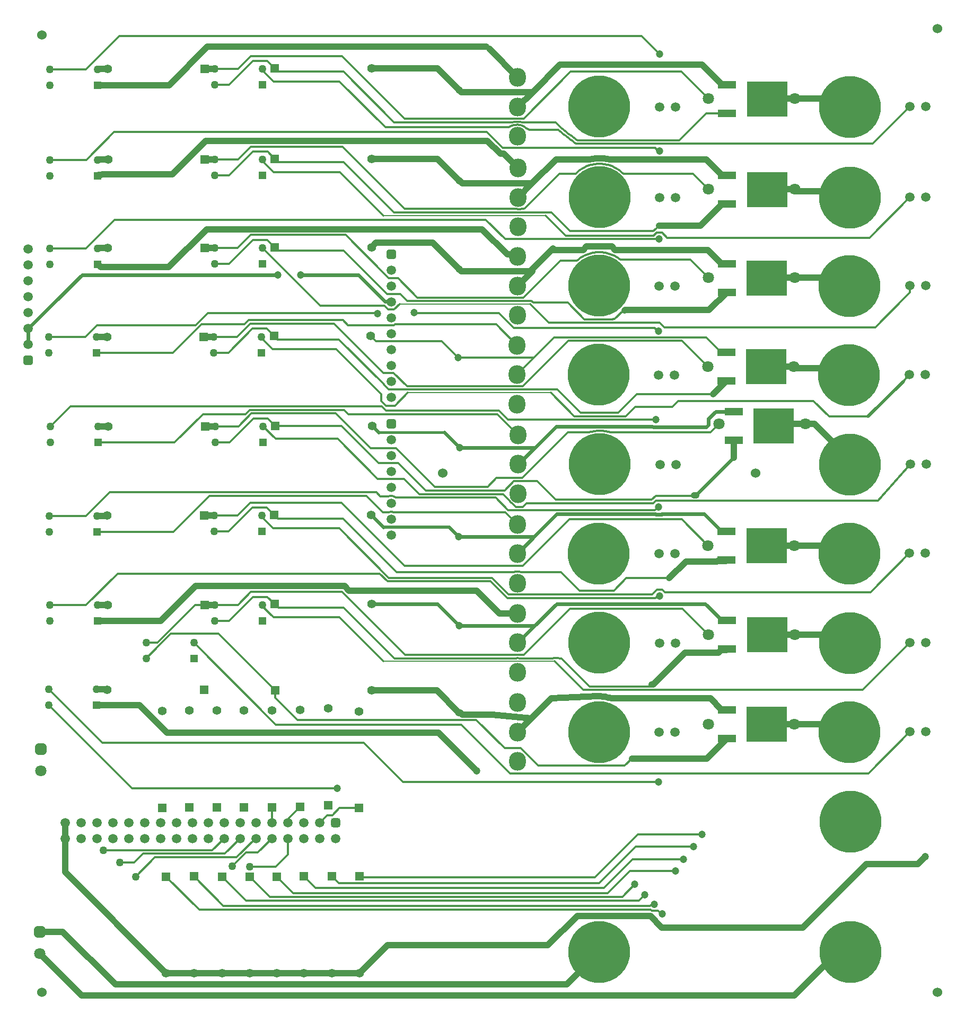
<source format=gbl>
G04*
G04 #@! TF.GenerationSoftware,Altium Limited,Altium Designer,24.4.1 (13)*
G04*
G04 Layer_Physical_Order=2*
G04 Layer_Color=16711680*
%FSLAX25Y25*%
%MOIN*%
G70*
G04*
G04 #@! TF.SameCoordinates,870DF38A-AD74-42CB-99D2-8A797F58AB83*
G04*
G04*
G04 #@! TF.FilePolarity,Positive*
G04*
G01*
G75*
%ADD11C,0.00787*%
%ADD16C,0.38976*%
%ADD18R,0.05512X0.05512*%
%ADD19C,0.05512*%
%ADD22R,0.05512X0.05512*%
%ADD32C,0.01181*%
%ADD33C,0.02362*%
%ADD34C,0.03937*%
%ADD35O,0.10630X0.11811*%
%ADD36C,0.04961*%
%ADD37R,0.04961X0.04961*%
%ADD38C,0.05906*%
%ADD39C,0.07087*%
G04:AMPARAMS|DCode=40|XSize=70.87mil|YSize=70.87mil|CornerRadius=17.72mil|HoleSize=0mil|Usage=FLASHONLY|Rotation=270.000|XOffset=0mil|YOffset=0mil|HoleType=Round|Shape=RoundedRectangle|*
%AMROUNDEDRECTD40*
21,1,0.07087,0.03543,0,0,270.0*
21,1,0.03543,0.07087,0,0,270.0*
1,1,0.03543,-0.01772,-0.01772*
1,1,0.03543,-0.01772,0.01772*
1,1,0.03543,0.01772,0.01772*
1,1,0.03543,0.01772,-0.01772*
%
%ADD40ROUNDEDRECTD40*%
G04:AMPARAMS|DCode=41|XSize=59.06mil|YSize=59.06mil|CornerRadius=14.76mil|HoleSize=0mil|Usage=FLASHONLY|Rotation=180.000|XOffset=0mil|YOffset=0mil|HoleType=Round|Shape=RoundedRectangle|*
%AMROUNDEDRECTD41*
21,1,0.05906,0.02953,0,0,180.0*
21,1,0.02953,0.05906,0,0,180.0*
1,1,0.02953,-0.01476,0.01476*
1,1,0.02953,0.01476,0.01476*
1,1,0.02953,0.01476,-0.01476*
1,1,0.02953,-0.01476,-0.01476*
%
%ADD41ROUNDEDRECTD41*%
%ADD42C,0.05984*%
G04:AMPARAMS|DCode=43|XSize=59.84mil|YSize=59.84mil|CornerRadius=14.96mil|HoleSize=0mil|Usage=FLASHONLY|Rotation=270.000|XOffset=0mil|YOffset=0mil|HoleType=Round|Shape=RoundedRectangle|*
%AMROUNDEDRECTD43*
21,1,0.05984,0.02992,0,0,270.0*
21,1,0.02992,0.05984,0,0,270.0*
1,1,0.02992,-0.01496,-0.01496*
1,1,0.02992,-0.01496,0.01496*
1,1,0.02992,0.01496,0.01496*
1,1,0.02992,0.01496,-0.01496*
%
%ADD43ROUNDEDRECTD43*%
%ADD44C,0.06000*%
%ADD45C,0.05000*%
%ADD46C,0.04724*%
%ADD47R,0.11221X0.04921*%
%ADD48R,0.25591X0.21850*%
%ADD49C,0.01968*%
%ADD50C,0.01575*%
D11*
X317057Y222500D02*
X316000Y222587D01*
X314943Y222500D01*
X231500D02*
X314943D01*
X317057D02*
X339200D01*
X246963Y391300D02*
X336900D01*
X241681Y447200D02*
X323731D01*
X231467Y502800D02*
X333455D01*
D16*
X367600Y346400D02*
D03*
X524700Y571100D02*
D03*
X367300Y571300D02*
D03*
X524199Y402599D02*
D03*
X525100Y121300D02*
D03*
X524567Y177700D02*
D03*
X524767Y514100D02*
D03*
X524599Y458499D02*
D03*
X524399Y289999D02*
D03*
X524700Y233900D02*
D03*
X525000Y346200D02*
D03*
X525100Y39500D02*
D03*
X367300Y39600D02*
D03*
X367167Y177900D02*
D03*
X367300Y234100D02*
D03*
X366999Y290199D02*
D03*
X366799Y402799D02*
D03*
X367199Y458699D02*
D03*
X367367Y514300D02*
D03*
D18*
X199100Y87033D02*
D03*
X216500D02*
D03*
X95000Y86966D02*
D03*
X112500Y87000D02*
D03*
X130100Y86900D02*
D03*
X164600Y86933D02*
D03*
X147500D02*
D03*
X181600Y87000D02*
D03*
X216200Y130067D02*
D03*
X92400Y130267D02*
D03*
X109500Y130467D02*
D03*
X126900D02*
D03*
X144000D02*
D03*
X161400Y130567D02*
D03*
X179300Y130767D02*
D03*
X196800Y131900D02*
D03*
D19*
X199100Y26167D02*
D03*
X216500D02*
D03*
X95000Y26100D02*
D03*
X112500Y26134D02*
D03*
X130100Y26034D02*
D03*
X164600Y26067D02*
D03*
X147500D02*
D03*
X181600Y26134D02*
D03*
X216200Y190933D02*
D03*
X224133Y595500D02*
D03*
X58300Y595100D02*
D03*
X92400Y191133D02*
D03*
X109500Y191333D02*
D03*
X126900D02*
D03*
X144000D02*
D03*
X161400Y191433D02*
D03*
X179300Y191633D02*
D03*
X196800Y192766D02*
D03*
X224266Y204100D02*
D03*
X224133Y258300D02*
D03*
X223832Y314399D02*
D03*
X224433Y370600D02*
D03*
X223632Y426999D02*
D03*
X224032Y482899D02*
D03*
X224200Y538500D02*
D03*
X58000Y204600D02*
D03*
X58300Y257900D02*
D03*
X57999Y313999D02*
D03*
X58600Y370200D02*
D03*
X57799Y426599D02*
D03*
X58199Y482499D02*
D03*
X58367Y538100D02*
D03*
D22*
X163267Y595500D02*
D03*
X119166Y595100D02*
D03*
X163400Y204100D02*
D03*
X163267Y258300D02*
D03*
X162966Y314399D02*
D03*
X163567Y370600D02*
D03*
X162766Y426999D02*
D03*
X163166Y482899D02*
D03*
X163334Y538500D02*
D03*
X118866Y204600D02*
D03*
X119166Y257900D02*
D03*
X118866Y313999D02*
D03*
X119466Y370200D02*
D03*
X118666Y426599D02*
D03*
X119065Y482499D02*
D03*
X119233Y538100D02*
D03*
D32*
X383130Y443175D02*
X383126Y443175D01*
X283457Y185386D02*
X283454Y185387D01*
X314088Y264513D02*
X315158Y264338D01*
X316241D01*
X317311Y264513D01*
X343498Y224100D02*
X343500Y224100D01*
X340015Y224468D02*
X340017Y224468D01*
X317194Y224272D02*
X316000Y224358D01*
X314806Y224272D01*
X317931Y278500D02*
X317055Y278744D01*
X316154Y278867D01*
X315245Y278867D01*
X314344Y278744D01*
X313468Y278500D01*
X310855Y323318D02*
X311567Y322477D01*
X312408Y321764D01*
X315038Y507000D02*
X316207Y506922D01*
X316659Y563900D02*
X315341D01*
X318606Y561600D02*
X318608Y561600D01*
X317733Y561777D02*
X316808Y561914D01*
X315874Y561951D01*
X314942Y561887D01*
X313474Y561660D02*
X313455Y561657D01*
X314801Y561870D02*
X314806Y561870D01*
X314653Y561847D02*
X314644Y561845D01*
X313422Y559653D02*
X312424Y559391D01*
X311466Y559004D01*
X310565Y558500D01*
X313775Y559715D02*
X313422Y559653D01*
X319381Y559067D02*
X318559Y559475D01*
X317689Y559767D01*
X316787Y559937D01*
X315870Y559982D01*
X314956Y559902D01*
X320942Y558140D02*
X320527Y558396D01*
X237729Y316275D02*
X236848Y316443D01*
X235952D01*
X235071Y316275D01*
X218758Y328961D02*
X218760Y328961D01*
X237212Y326394D02*
X236400Y326464D01*
X235588Y326394D01*
X374257Y366400D02*
X373332Y366684D01*
X372395Y366926D01*
X371448Y367124D01*
X370493Y367279D01*
X369532Y367390D01*
X368567Y367457D01*
X367600Y367479D01*
X366633Y367457D01*
X365668Y367390D01*
X364707Y367279D01*
X363752Y367124D01*
X362805Y366926D01*
X361868Y366684D01*
X360943Y366400D01*
X380441Y475100D02*
X379630Y475723D01*
X378789Y476306D01*
X377922Y476847D01*
X377029Y477346D01*
X376114Y477801D01*
X375177Y478210D01*
X374221Y478574D01*
X373249Y478891D01*
X372263Y479161D01*
X371264Y479382D01*
X370256Y479555D01*
X369241Y479679D01*
X368222Y479753D01*
X367199Y479778D01*
X367199D02*
X366183Y479754D01*
X365170Y479680D01*
X364161Y479558D01*
X363159Y479387D01*
X362166Y479168D01*
X361185Y478902D01*
X360218Y478589D01*
X359268Y478229D01*
X358336Y477824D01*
X357424Y477374D01*
X356535Y476882D01*
X355671Y476346D01*
X354834Y475770D01*
X354025Y475154D01*
X353247Y474500D01*
X382376Y529100D02*
X381648Y529804D01*
X380888Y530471D01*
X380096Y531102D01*
X379274Y531693D01*
X378426Y532245D01*
X377551Y532755D01*
X376654Y533223D01*
X375734Y533647D01*
X374796Y534026D01*
X373841Y534360D01*
X372870Y534648D01*
X371887Y534888D01*
X370893Y535082D01*
X369892Y535227D01*
X368884Y535324D01*
X367873Y535373D01*
X366861D01*
X365850Y535324D01*
X364842Y535227D01*
X363841Y535082D01*
X362847Y534888D01*
X361864Y534648D01*
X360893Y534360D01*
X359938Y534026D01*
X358999Y533647D01*
X358080Y533223D01*
X357183Y532755D01*
X356308Y532245D01*
X355459Y531693D01*
X354638Y531102D01*
X353846Y530471D01*
X353086Y529804D01*
X352358Y529100D01*
X343651Y557849D02*
X344445Y557186D01*
X345244Y556528D01*
X346046Y555875D01*
X346852Y555227D01*
X347663Y554583D01*
X348477Y553945D01*
X349295Y553312D01*
X350117Y552683D01*
X350943Y552060D01*
X351773Y551442D01*
X352606Y550829D01*
X353444Y550221D01*
X341582Y556741D02*
X342335Y556106D01*
X343091Y555476D01*
X343850Y554850D01*
X344614Y554228D01*
X345380Y553611D01*
X346151Y552998D01*
X346925Y552390D01*
X347702Y551786D01*
X348483Y551186D01*
X349267Y550591D01*
X350055Y550001D01*
X350846Y549415D01*
X351641Y548834D01*
X352438Y548257D01*
X348679Y493221D02*
X401121D01*
X337100Y504800D02*
X348679Y493221D01*
X238167Y504800D02*
X337100D01*
X320216Y393500D02*
X340900D01*
X355638Y378762D02*
X379262D01*
X340900Y393500D02*
X355638Y378762D01*
X340900Y393500D02*
X355638Y378762D01*
X320216Y393500D02*
X340900D01*
X355638Y378762D02*
X355638D01*
X390895Y390395D02*
X438704D01*
X379262Y378762D02*
X390895Y390395D01*
X383321Y156821D02*
X387700Y161200D01*
X400073Y207265D02*
Y207739D01*
X361039Y206573D02*
X399381D01*
X400073Y207265D01*
X384247Y274644D02*
X411144D01*
X402694Y326450D02*
X426485D01*
X400316Y324073D02*
X402694Y326450D01*
X426485D02*
X426958Y326924D01*
X413059Y382300D02*
X416859Y386100D01*
X502000D01*
X511800Y376300D01*
X402674Y494474D02*
X404700Y496500D01*
X401121Y493221D02*
X402674Y494474D01*
X383130Y443175D02*
X383131D01*
X376934Y437636D02*
X382138Y442840D01*
X382473Y443175D02*
X383126D01*
X382138Y442840D02*
X382473Y443175D01*
X289743Y185300D02*
X307962Y167900D01*
X317900D01*
X328979Y156821D01*
X283842Y185300D02*
X289743D01*
X283457Y185386D02*
X283772Y185370D01*
X283842Y185300D01*
X282235Y185449D02*
X283454Y185387D01*
X177523Y185449D02*
X282235D01*
X163400Y199572D02*
X177523Y185449D01*
X313500Y432100D02*
X402137D01*
X251020Y441381D02*
X304220D01*
X313500Y432100D01*
X403965Y430272D02*
X404600D01*
X402137Y432100D02*
X403965Y430272D01*
X310164Y264513D02*
X314088D01*
X400428D02*
X403406Y267491D01*
X317311Y264513D02*
X400428D01*
X299815Y274862D02*
X310164Y264513D01*
X364400Y86400D02*
X391500Y113500D01*
X216500Y87033D02*
X217133Y86400D01*
X364400D01*
X280600Y182600D02*
X311270Y151930D01*
X536397D02*
X562468Y178001D01*
X311270Y151930D02*
X536397D01*
X328979Y156821D02*
X383321D01*
X205611Y266089D02*
X245100Y226600D01*
X319732D02*
X348732Y255600D01*
X245100Y226600D02*
X319732D01*
X206565Y256135D02*
X238428Y224272D01*
X343500Y224100D02*
X343846Y223754D01*
X338385Y224468D02*
X340015Y224468D01*
X338188Y224272D02*
X338385Y224468D01*
X317194Y224272D02*
X338188D01*
X238428D02*
X314806D01*
X343846Y223754D02*
X361027Y206573D01*
X340017Y224468D02*
X343498Y224100D01*
X204000Y250000D02*
X231500Y222500D01*
X339200D02*
X357308Y204392D01*
X319332Y282600D02*
X348432Y311700D01*
X205310Y322188D02*
X244899Y282600D01*
X319332D01*
X317931Y278500D02*
X343300D01*
X206265Y312234D02*
X239999Y278500D01*
X313468D01*
X343300D02*
X354925Y266875D01*
X314734Y319600D02*
X319264D01*
X314388Y319946D02*
X314734Y319600D01*
X312408Y321764D02*
X312974Y321360D01*
X310450Y323884D02*
X310855Y323318D01*
X312974Y321360D02*
X314388Y319946D01*
X319264Y319600D02*
X321555Y321891D01*
X306734Y327600D02*
X310450Y323884D01*
X402137Y317559D02*
X404064Y319487D01*
X309891Y317500D02*
X339477D01*
X302091Y325300D02*
X309891Y317500D01*
X339477D02*
X339536Y317559D01*
X404064Y319487D02*
X404600D01*
X339536Y317559D02*
X402137D01*
X328200Y335800D02*
X339927Y324073D01*
X319715Y335800D02*
X328200D01*
X307700Y329900D02*
X313531Y335732D01*
X319647D01*
X319715Y335800D01*
X234819Y393500D02*
X245516D01*
X245585Y393431D02*
X320147D01*
X320216Y393500D01*
X231817Y396502D02*
X234819Y393500D01*
X245516D02*
X245585Y393431D01*
X319332Y395400D02*
X347932Y424000D01*
X237983Y403817D02*
X246400Y395400D01*
X319332D01*
X336900Y391300D02*
X351619Y376581D01*
X238863Y383200D02*
X246963Y391300D01*
X253000Y451200D02*
X319632D01*
X240800Y463400D02*
X253000Y451200D01*
X319632D02*
X342932Y474500D01*
X347468Y447973D02*
X357886Y437556D01*
X242016Y453300D02*
X246344Y448972D01*
X325741Y447973D02*
X347468D01*
X322915Y449168D02*
X324546D01*
X325741Y447973D01*
X322719Y448972D02*
X322915Y449168D01*
X246344Y448972D02*
X322719D01*
X238298Y443817D02*
X241681Y447200D01*
X323731D02*
X335556Y435375D01*
X244967Y507000D02*
X315038D01*
X319999Y507000D02*
X320344Y507346D01*
X342098Y529100D01*
X316207Y506922D02*
X319999Y507000D01*
X205678Y546289D02*
X244967Y507000D01*
X206632Y536335D02*
X238167Y504800D01*
X333455Y502800D02*
X346074Y490180D01*
X204067Y530200D02*
X231467Y502800D01*
X66000Y95700D02*
X75000D01*
X80600Y101300D01*
X131800D01*
X141400Y110900D01*
X55665Y103465D02*
X123965D01*
X131400Y110900D01*
X87834Y99000D02*
X139285D01*
X151185Y110900D02*
X151400D01*
X139285Y99000D02*
X151185Y110900D01*
X75800Y86966D02*
X87834Y99000D01*
X136600Y93531D02*
X145198Y102129D01*
X152629D02*
X161400Y110900D01*
X145198Y102129D02*
X152629D01*
X147500Y93100D02*
X163800D01*
X171400Y100700D01*
Y110900D01*
X172304Y121804D02*
Y123771D01*
X171400Y120900D02*
X172304Y121804D01*
Y123771D02*
X179300Y130767D01*
X161400Y120900D02*
Y130567D01*
X245000Y563900D02*
X315341D01*
X319832D02*
X349279Y593347D01*
X205611Y603289D02*
X245000Y563900D01*
X316659D02*
X319832D01*
X318608Y561600D02*
X339900D01*
X317733Y561777D02*
X318606Y561600D01*
X314806Y561870D02*
X314942Y561887D01*
X314653Y561847D02*
X314801Y561870D01*
X312999Y561600D02*
X313386Y561647D01*
X313474Y561660D02*
X314644Y561845D01*
X313386Y561647D02*
X313455Y561657D01*
X238300Y561600D02*
X312999D01*
X232700Y558500D02*
X310565D01*
X313775Y559715D02*
X314956Y559902D01*
X323145Y556741D02*
X341582D01*
X320942Y558140D02*
X323098Y556741D01*
X319381Y559067D02*
X320527Y558396D01*
X323098Y556741D02*
X323145Y556741D01*
X418837Y593347D02*
X435884Y576300D01*
X349279Y593347D02*
X367300D01*
X367300Y593347D01*
X418837D01*
X206565Y593335D02*
X238300Y561600D01*
X339900D02*
X343651Y557849D01*
X231140Y316275D02*
X235071D01*
X220997Y326418D02*
X231140Y316275D01*
X237729D02*
X308032D01*
X315699Y308607D01*
X217960Y326418D02*
X220997D01*
X217779Y326599D02*
X217960Y326418D01*
X122335Y326599D02*
X217779D01*
X219386Y328781D02*
X227119D01*
X218760Y328961D02*
X219386Y328781D01*
X121356Y328962D02*
X218758Y328961D01*
X120728Y328781D02*
X121356Y328962D01*
X237212Y326394D02*
X237856Y326283D01*
X59354Y328781D02*
X120728D01*
X229617Y326283D02*
X234944D01*
X237856D02*
X238298D01*
X234944D02*
X235588Y326394D01*
X227119Y328781D02*
X229617Y326283D01*
X196124Y125624D02*
X199407D01*
X191400Y120900D02*
X196124Y125624D01*
X199407D02*
X203850Y130067D01*
X216200D01*
X147500Y86933D02*
X160233Y74200D01*
X181600Y87000D02*
X188900Y79700D01*
X164600Y86933D02*
X174933Y76600D01*
X199100Y87033D02*
X203447Y82687D01*
X95000Y86966D02*
X115866Y66100D01*
X112500Y87000D02*
X130900Y68600D01*
X130100Y86900D02*
X145300Y71700D01*
X57900Y204700D02*
X58000Y204600D01*
X326129Y413333D02*
X338896Y426100D01*
X434458D02*
X443859Y416699D01*
X347028Y426181D02*
X420086D01*
X420167Y426100D02*
X434458D01*
X420086Y426181D02*
X420167Y426100D01*
X346947D02*
X347028Y426181D01*
X338896Y426100D02*
X346947D01*
X348732Y255600D02*
X419384D01*
X435884Y239100D01*
X419083Y311700D02*
X435583Y295199D01*
X348432Y311700D02*
X419083D01*
X437191Y366400D02*
X442491Y371700D01*
X347532Y366400D02*
X360943D01*
X374257D02*
X437191D01*
X318832Y337700D02*
X347532Y366400D01*
X232319Y446000D02*
X234502Y443817D01*
X191899Y446000D02*
X232319D01*
X155399Y482499D02*
X191899Y446000D01*
X399510Y66100D02*
X400063Y65547D01*
X404189D01*
X115866Y66100D02*
X399510D01*
X404189Y65547D02*
X406137Y63600D01*
X399459Y68822D02*
X401022D01*
X399236Y68600D02*
X399459Y68822D01*
X401022D02*
X401700Y69500D01*
X130900Y68600D02*
X399236D01*
X392200Y71700D02*
X396000Y75500D01*
X145300Y71700D02*
X392200D01*
X406137Y63600D02*
X407000D01*
X372600Y76600D02*
X386400Y90400D01*
X415100D01*
X370200Y79700D02*
X388200Y97700D01*
X420300D01*
X367087Y82687D02*
X390200Y105800D01*
X426400D01*
X391500Y113500D02*
X431800D01*
X219318Y171100D02*
X243918Y146500D01*
X54800Y171100D02*
X219318D01*
X21100Y204800D02*
X54800Y171100D01*
X44673Y257700D02*
X64473Y277500D01*
X229214D02*
X234033Y272681D01*
X64473Y277500D02*
X229214D01*
X62473Y500200D02*
X295891D01*
X308092Y487999D01*
X44573Y482299D02*
X62473Y500200D01*
X296459Y555400D02*
X306559Y545300D01*
X62240Y555400D02*
X296459D01*
X44740Y537900D02*
X62240Y555400D01*
X204000Y587200D02*
X232700Y558500D01*
X393800Y615900D02*
X405300Y604400D01*
X44673Y594900D02*
X65673Y615900D01*
X393800D01*
X99535Y303799D02*
X122335Y326599D01*
X51499Y303799D02*
X99535D01*
X223632Y426999D02*
X226832Y423800D01*
X278616Y413333D02*
X326129D01*
X226832Y423800D02*
X268149D01*
X315499Y402703D02*
X326129Y413333D01*
X443859Y416699D02*
X447008D01*
X268149Y423800D02*
X278616Y413333D01*
X380441Y475100D02*
X424383D01*
X435783Y463699D01*
X342932Y474500D02*
X353247D01*
X426151Y529100D02*
X435951Y519300D01*
X382376Y529100D02*
X426151D01*
X342098D02*
X352358D01*
X239500Y356400D02*
X263700Y332200D01*
X297084D01*
X302585Y337700D01*
X258161Y329900D02*
X307700D01*
X240944Y347117D02*
X258161Y329900D01*
X244498Y337117D02*
X254015Y327600D01*
X306734D01*
X238298Y326283D02*
X239281Y325300D01*
X302091D01*
X34851Y382751D02*
X230464D01*
X22100Y370000D02*
X34851Y382751D01*
X44373Y313799D02*
X59354Y328781D01*
X234033Y272681D02*
X298911D01*
X309592Y262000D01*
X381700Y74200D02*
X389500Y82000D01*
X160233Y74200D02*
X381700D01*
X234936Y274862D02*
X299815D01*
X203699Y306099D02*
X234936Y274862D01*
X209484Y377901D02*
X303207D01*
X206815Y380570D02*
X209484Y377901D01*
X406795Y267491D02*
X408386Y265900D01*
X537900Y265900D02*
X562300Y290300D01*
X408386Y265900D02*
X492674D01*
X403406Y267491D02*
X406795D01*
X492674Y265900D02*
X537900D01*
X542350Y323577D02*
X562901Y346501D01*
X402906Y323577D02*
X542350D01*
X339927Y324073D02*
X400316D01*
X353444Y550221D02*
X354029Y550221D01*
X417521D01*
X352741Y548040D02*
X353121Y548040D01*
X352439Y548257D02*
X352741Y548040D01*
X353121Y548040D02*
X539240D01*
X417521Y550221D02*
X434500Y567200D01*
X447509D01*
X539240Y548040D02*
X562601Y571401D01*
X442491Y371700D02*
X442668D01*
X376478Y266875D02*
X384247Y274644D01*
X354925Y266875D02*
X376478D01*
X389700Y382300D02*
X413059D01*
X383981Y376581D02*
X389700Y382300D01*
X351619Y376581D02*
X383981D01*
X361287Y437556D02*
X361352Y437621D01*
X375931D01*
X375944Y437634D02*
X376934D01*
X375931Y437621D02*
X375944Y437634D01*
X376934D02*
Y437636D01*
X357886Y437556D02*
X361287D01*
X444426Y510200D02*
X447576D01*
X346074Y490180D02*
X401396D01*
X335556Y435375D02*
X360067D01*
X405282D01*
X234502Y443817D02*
X238298D01*
X321555Y321891D02*
X401220D01*
X402906Y323577D01*
X532792Y204392D02*
X562601Y234201D01*
X357308Y204392D02*
X532792D01*
X409984Y488800D02*
X537067D01*
X401396Y490180D02*
X403306Y492090D01*
X537067Y488800D02*
X562668Y514401D01*
X406694Y492090D02*
X409984Y488800D01*
X403306Y492090D02*
X406694D01*
X540800Y432600D02*
X558874Y450674D01*
X408056Y432600D02*
X540800D01*
X405282Y435375D02*
X408056Y432600D01*
X511800Y376300D02*
X536300D01*
X560912Y401458D02*
X562100Y402900D01*
X558357Y398357D02*
X560912Y401458D01*
X51100Y204800D02*
X51200Y204700D01*
X203447Y82687D02*
X367087D01*
X188900Y79700D02*
X370200D01*
X174933Y76600D02*
X372600D01*
X243918Y146500D02*
X404500D01*
X355900Y28200D02*
X365400D01*
X21100Y194800D02*
X73400Y142500D01*
X202400D01*
X163567Y370600D02*
X205100D01*
X155800Y369236D02*
Y370200D01*
X158928Y375239D02*
X163567Y370600D01*
X125800Y360200D02*
X134835D01*
X149875Y375239D02*
X158928D01*
X228583Y347117D02*
X240944D01*
X134835Y360200D02*
X149875Y375239D01*
X205100Y370600D02*
X228583Y347117D01*
X164000Y182600D02*
X280600D01*
X112400Y234200D02*
X164000Y182600D01*
X127800Y239700D02*
X163400Y204100D01*
X82400Y224200D02*
X90219Y232019D01*
X90323D01*
X98004Y239700D02*
X127800D01*
X90323Y232019D02*
X98004Y239700D01*
X163400Y199572D02*
Y204100D01*
X113120Y257900D02*
X119166D01*
X89420Y234200D02*
X113120Y257900D01*
X82400Y234200D02*
X89420D01*
X309592Y262000D02*
X402667D01*
X404067Y263400D02*
X405101D01*
X402667Y262000D02*
X404067Y263400D01*
X21800Y257700D02*
X44673D01*
X155500Y256936D02*
X162436Y250000D01*
X204000D01*
X155500Y256936D02*
Y257900D01*
X148270Y266089D02*
X205611D01*
X140081Y257900D02*
X148270Y266089D01*
X125500Y257900D02*
X140081D01*
X58200Y257800D02*
X58300Y257900D01*
X51800Y257700D02*
X51900Y257800D01*
X163267Y258300D02*
X165432Y256135D01*
X206565D01*
X149575Y262939D02*
X158628D01*
X163267Y258300D01*
X134535Y247900D02*
X149575Y262939D01*
X125500Y247900D02*
X134535D01*
X227884Y337117D02*
X244498D01*
X202701Y362300D02*
X227884Y337117D01*
X163700Y362300D02*
X202701D01*
X223401Y356400D02*
X239500D01*
X201412Y378389D02*
X223401Y356400D01*
X21499Y313799D02*
X44373D01*
X155199Y313035D02*
X162135Y306099D01*
X203699D01*
X155199Y313035D02*
Y313999D01*
X147969Y322188D02*
X205310D01*
X139780Y313999D02*
X147969Y322188D01*
X125199Y313999D02*
X139780D01*
X57899Y313899D02*
X57999Y313999D01*
X51499Y313799D02*
X51599Y313899D01*
X162966Y314399D02*
X165132Y312234D01*
X206265D01*
X149274Y319039D02*
X158327D01*
X162966Y314399D01*
X134235Y303999D02*
X149274Y319039D01*
X125199Y303999D02*
X134235D01*
X304111Y380082D02*
X309792Y374400D01*
X402900D01*
X233134Y380082D02*
X304111D01*
X230464Y382751D02*
X233134Y380082D01*
X155800Y370200D02*
X163700Y362300D01*
X302585Y337700D02*
X318832D01*
X230200Y386100D02*
Y390400D01*
X233100Y383200D02*
X238863D01*
X230200Y386100D02*
X233100Y383200D01*
X201901Y418699D02*
X230200Y390400D01*
X148570Y378389D02*
X201412D01*
X140381Y370200D02*
X148570Y378389D01*
X125800Y370200D02*
X140381D01*
X58500Y370100D02*
X58600Y370200D01*
X52100Y370000D02*
X52200Y370100D01*
X303207Y377901D02*
X316300Y364808D01*
X147667Y380570D02*
X206815D01*
X144997Y377901D02*
X147667Y380570D01*
X118036Y377901D02*
X144997D01*
X100135Y360000D02*
X118036Y377901D01*
X52100Y360000D02*
X100135D01*
X227419Y441381D02*
X227800Y441000D01*
X121231Y441381D02*
X227419D01*
X250700Y441700D02*
X251020Y441381D01*
X200612Y434788D02*
X231583Y403817D01*
X147769Y434788D02*
X200612D01*
X231583Y403817D02*
X237983D01*
X560773Y401573D02*
X562100Y402900D01*
X164932Y424834D02*
X203666D01*
X231817Y396683D01*
Y396502D02*
Y396683D01*
X161935Y418699D02*
X201901D01*
X51573Y433799D02*
X113650D01*
X121231Y441381D01*
X209166Y433817D02*
X238298D01*
X206014Y436969D02*
X209166Y433817D01*
X238298D02*
X238781Y434300D01*
X302407D02*
X315499Y421207D01*
X117235Y434300D02*
X144197D01*
X99335Y416399D02*
X117235Y434300D01*
X146866Y436969D02*
X206014D01*
X144197Y434300D02*
X146866Y436969D01*
X238781Y434300D02*
X302407D01*
X347932Y424000D02*
X419183D01*
X435383Y407799D01*
X44173Y426399D02*
X51573Y433799D01*
X21299Y426399D02*
X44173D01*
X154999Y425635D02*
X161935Y418699D01*
X154999Y425635D02*
Y426599D01*
X139581D02*
X147769Y434788D01*
X124999Y426599D02*
X139581D01*
X57699Y426499D02*
X57799Y426599D01*
X51299Y426399D02*
X51399Y426499D01*
X162766Y426999D02*
X164932Y424834D01*
X149074Y431639D02*
X158127D01*
X162766Y426999D01*
X134035Y416599D02*
X149074Y431639D01*
X124999Y416599D02*
X134035D01*
X51299Y416399D02*
X99335D01*
X558874Y450674D02*
Y450674D01*
X562500Y454300D02*
Y458800D01*
X558874Y450674D02*
X562500Y454300D01*
X234919Y463400D02*
X240800D01*
X206465Y480734D02*
X233899Y453300D01*
X242016D01*
X165332Y480734D02*
X206465D01*
X231817Y466502D02*
X234919Y463400D01*
X148170Y490688D02*
X207712D01*
X231817Y466583D01*
Y466502D02*
Y466583D01*
X308092Y487999D02*
X405000D01*
X21699Y482299D02*
X44573D01*
X139980Y482499D02*
X148170Y490688D01*
X125399Y482499D02*
X139980D01*
X58099Y482399D02*
X58199Y482499D01*
X51699Y482299D02*
X51799Y482399D01*
X163166Y482899D02*
X165332Y480734D01*
X149474Y487539D02*
X158527D01*
X163166Y482899D01*
X134435Y472499D02*
X149474Y487539D01*
X125399Y472499D02*
X134435D01*
X402566Y545300D02*
X404266Y543600D01*
X306559Y545300D02*
X402566D01*
X404266Y543600D02*
X405168D01*
X21867Y537900D02*
X44740D01*
X148337Y546289D02*
X205678D01*
X125567Y538100D02*
X140148D01*
X148337Y546289D01*
X155567Y537136D02*
X162503Y530200D01*
X204067D01*
X155567Y537136D02*
Y538100D01*
X58267Y538000D02*
X58367Y538100D01*
X51867Y537900D02*
X51967Y538000D01*
X163334Y538500D02*
X165499Y536335D01*
X206632D01*
X149642Y543139D02*
X158695D01*
X163334Y538500D01*
X134602Y528100D02*
X149642Y543139D01*
X125567Y528100D02*
X134602D01*
X162436Y587200D02*
X204000D01*
X155500Y594136D02*
X162436Y587200D01*
X163267Y595500D02*
X165432Y593335D01*
X206565D01*
X155500Y594136D02*
Y595100D01*
X148270Y603289D02*
X205611D01*
X125500Y585100D02*
X134535D01*
X51800Y594900D02*
X51900Y595000D01*
X158628Y600139D02*
X163267Y595500D01*
X21800Y594900D02*
X44673D01*
X134535Y585100D02*
X149575Y600139D01*
X158628D01*
X58200Y595000D02*
X58300Y595100D01*
X140081D02*
X148270Y603289D01*
X125500Y595100D02*
X140081D01*
D33*
X272872Y306676D02*
X278816Y300733D01*
X223832Y314399D02*
X231555Y306676D01*
X433759Y258600D02*
X444359Y248000D01*
X326630Y244634D02*
X340596Y258600D01*
X433759D01*
X406538Y315000D02*
X433158D01*
X406482Y314943D02*
X406538Y315000D01*
X326329Y300733D02*
X340596Y315000D01*
X433158D02*
X444059Y304099D01*
X340596Y315000D02*
X402662D01*
X402718Y314943D02*
X406482D01*
X402662Y315000D02*
X402718Y314943D01*
X440400Y379600D02*
X451700D01*
X435817Y375017D02*
X440400Y379600D01*
X435817Y371240D02*
Y375017D01*
X401018Y369857D02*
X434434D01*
X435817Y371240D01*
X400624Y370250D02*
X401018Y369857D01*
X326930Y356934D02*
X340247Y370250D01*
X400624D01*
X232514Y448889D02*
X235911D01*
X236400Y448400D01*
X179500Y465600D02*
X215804D01*
X232514Y448889D01*
X444359Y248000D02*
X447509D01*
X316000Y234004D02*
X326630Y244634D01*
X279116D02*
X326630D01*
X265450Y258300D02*
X279116Y244634D01*
X224133Y258300D02*
X265450D01*
X278816Y300733D02*
X326329D01*
X315699Y290103D02*
X326329Y300733D01*
X444059Y304099D02*
X447208D01*
X269850Y366500D02*
X279416Y356934D01*
X224433Y370600D02*
X228533Y366500D01*
X316300Y346304D02*
X326930Y356934D01*
X279416D02*
X326930D01*
X26000Y449400D02*
X42200Y465600D01*
X8300Y431700D02*
X26000Y449400D01*
X42200Y465600D02*
X165300D01*
X8300Y421700D02*
Y431700D01*
D34*
X383131Y443175D02*
X383441Y443500D01*
X324643Y186627D02*
X324649Y186626D01*
X299991Y188646D02*
X299997Y188646D01*
X337040Y199018D02*
X337044Y199018D01*
X374806Y199018D02*
X373877Y199331D01*
X372934Y199603D01*
X371981Y199835D01*
X371019Y200024D01*
X370049Y200171D01*
X369074Y200276D01*
X368095Y200338D01*
X367114Y200357D01*
X366133Y200333D01*
X373351Y538200D02*
X372369Y538425D01*
X371379Y538609D01*
X370382Y538753D01*
X369380Y538856D01*
X368374Y538917D01*
X367367Y538938D01*
X366360Y538917D01*
X365354Y538856D01*
X364352Y538753D01*
X363355Y538609D01*
X362365Y538425D01*
X361383Y538200D01*
X41900Y12100D02*
X489800D01*
X517200Y39500D02*
X525100D01*
X489800Y12100D02*
X517200Y39500D01*
X495200Y54800D02*
X535300Y94900D01*
X406600Y54800D02*
X495200D01*
X535300Y94900D02*
X567600D01*
X572100Y99400D01*
X472806Y576300D02*
X519500D01*
X524700Y571100D01*
X473499Y463699D02*
X519399D01*
X524599Y458499D01*
X472673Y182900D02*
X519367D01*
X524567Y177700D01*
X472900Y239100D02*
X519500D01*
X524700Y233900D01*
X519199Y295199D02*
X524399Y289999D01*
X489816Y295199D02*
X519199D01*
X472505Y295199D02*
X489816D01*
X387700Y161200D02*
X434776D01*
X447376Y173800D01*
X442011Y227651D02*
X443867Y229508D01*
X447017D02*
X447509Y230000D01*
X443867Y229508D02*
X447017D01*
X421151Y227651D02*
X442011D01*
X401239Y207739D02*
X421151Y227651D01*
X400073Y207739D02*
X401239D01*
X411144Y274644D02*
X421696Y285196D01*
X441260D02*
X441672Y285607D01*
X421696Y285196D02*
X441260D01*
X446716Y285607D02*
X447208Y286099D01*
X441672Y285607D02*
X446716D01*
X451700Y350500D02*
Y361600D01*
X426958Y326924D02*
X428124D01*
X438704Y390395D02*
X447008Y398699D01*
X404700Y496500D02*
X430726D01*
X444426Y510200D01*
X436309Y443500D02*
X447408Y454599D01*
X383441Y443500D02*
X436309D01*
X324649Y186626D02*
X324649Y186626D01*
X279037Y190237D02*
X279701D01*
X281080Y188859D01*
X299997Y188646D02*
X324643Y186627D01*
X281080Y188859D02*
X285228Y188646D01*
X299991Y188646D01*
X315867Y177844D02*
X325543Y187520D01*
X95000Y26100D02*
X95034Y26133D01*
X216466D01*
X216500Y26167D01*
X234133Y43800D01*
X398588Y61988D02*
X399412D01*
X398377Y62200D02*
X398588Y61988D01*
X399412D02*
X406600Y54800D01*
X335000Y43800D02*
X353400Y62200D01*
X398377D01*
X234133Y43800D02*
X335000D01*
X95519Y177581D02*
X266319D01*
X78300Y194800D02*
X95519Y177581D01*
X51100Y194800D02*
X78300D01*
X113348Y269648D02*
X207085D01*
X91400Y247700D02*
X113348Y269648D01*
X209833Y266900D02*
X290200D01*
X304592Y252508D01*
X207085Y269648D02*
X209833Y266900D01*
X51800Y247700D02*
X91400D01*
X314619Y478388D02*
X315899Y477107D01*
X309412Y478388D02*
X314619D01*
X293553Y494247D02*
X309412Y478388D01*
X120475Y494247D02*
X293553D01*
X96527Y470300D02*
X120475Y494247D01*
X51699Y472299D02*
X53699Y470300D01*
X96527D01*
X296978Y549848D02*
X305085Y541741D01*
X119982Y549848D02*
X296978D01*
X98968Y528834D02*
X119982Y549848D01*
X54685Y528834D02*
X98968D01*
X52379Y528412D02*
X54263D01*
X51867Y527900D02*
X52379Y528412D01*
X54263D02*
X54685Y528834D01*
X307034Y541741D02*
X316067Y532708D01*
X305085Y541741D02*
X307034D01*
X96765Y584900D02*
X120865Y609000D01*
X51800Y584900D02*
X96765D01*
X224305Y204139D02*
X265099D01*
X374806Y199018D02*
X437046D01*
X325543Y187520D02*
X337040Y199018D01*
X437046Y199018D02*
X443772Y192292D01*
X337044Y199018D02*
X366133Y200333D01*
X443772Y192292D02*
X447337Y191839D01*
X265099Y204139D02*
X279000Y190237D01*
X280662Y467800D02*
X325096D01*
X315899Y458603D02*
X325096Y467800D01*
X324900Y468800D02*
X338300Y482200D01*
X279016Y469233D02*
X279229D01*
X280662Y467800D01*
X357162Y481200D02*
X359299Y483337D01*
X367199D01*
X435658Y481200D02*
X444259Y472599D01*
X377236Y481200D02*
X435658D01*
X375099Y483337D02*
X377236Y481200D01*
X367199Y483337D02*
X375099D01*
X338496Y481200D02*
X357162D01*
X316067Y514204D02*
X324863Y523000D01*
X340063Y538200D01*
X279396Y524834D02*
X281230Y523000D01*
X279183Y524834D02*
X279396D01*
X281230Y523000D02*
X324863D01*
X435579Y537047D02*
X444426Y528200D01*
X340063Y538200D02*
X361383D01*
X373351D02*
X434426D01*
X435579Y537047D01*
X279116Y581834D02*
X279329D01*
X325396Y580600D02*
X342596Y597800D01*
X316000Y571204D02*
X325396Y580600D01*
X279329Y581834D02*
X280563Y580600D01*
X325396D01*
X431760Y597800D02*
X444359Y585200D01*
X342596Y597800D02*
X431760D01*
X473500Y363700D02*
X481500Y371700D01*
X502500D01*
X525000Y346200D02*
Y349200D01*
X502500Y371700D02*
X525000Y349200D01*
X51200Y204700D02*
X57900D01*
X472573Y182800D02*
X472673Y182900D01*
X472706Y238906D02*
X472900Y239100D01*
X472706Y238906D02*
Y239000D01*
X472405Y295099D02*
X472505Y295199D01*
X472359Y406962D02*
X473196Y407799D01*
X489615D01*
X472205Y407116D02*
X472359Y406962D01*
X472205Y407116D02*
Y407699D01*
X473000Y463200D02*
X473499Y463699D01*
X472605Y463595D02*
X473000Y463200D01*
X472605Y463595D02*
Y463599D01*
X472873Y519300D02*
X490183D01*
X472773Y519200D02*
X472873Y519300D01*
X472706Y576200D02*
X472806Y576300D01*
X266319Y177581D02*
X290300Y153600D01*
X346700Y19000D02*
X355900Y28200D01*
X63100Y19000D02*
X346700D01*
X29921Y52179D02*
X63100Y19000D01*
X15600Y52179D02*
X29921D01*
X15600Y38400D02*
X41900Y12100D01*
X304592Y252508D02*
X316000D01*
X119166Y257900D02*
X125500D01*
X51900Y257800D02*
X58200D01*
X118866Y313999D02*
X125199D01*
X51599Y313899D02*
X57899D01*
X119466Y370200D02*
X125800D01*
X52200Y370100D02*
X58500D01*
X490745Y406669D02*
X520129D01*
X489615Y407799D02*
X490745Y406669D01*
X520129D02*
X524199Y402599D01*
X118666Y426599D02*
X124999D01*
X51399Y426499D02*
X57699D01*
X31400Y110900D02*
Y120900D01*
Y89700D02*
Y110900D01*
Y89700D02*
X95000Y26100D01*
X224032Y482899D02*
X226933Y485800D01*
X262449D01*
X279016Y469233D01*
X51799Y482399D02*
X58099D01*
X119065Y482499D02*
X125399D01*
X444259Y472599D02*
X447408D01*
X491313Y518170D02*
X520697D01*
X490183Y519300D02*
X491313Y518170D01*
X520697D02*
X524767Y514100D01*
X51967Y538000D02*
X58267D01*
X119233Y538100D02*
X125567D01*
X444426Y528200D02*
X447576D01*
X265517Y538500D02*
X279183Y524834D01*
X224200Y538500D02*
X265517D01*
X224133Y595500D02*
X265450D01*
X279116Y581834D01*
X119166Y595100D02*
X125500D01*
X51900Y595000D02*
X58200D01*
X444359Y585200D02*
X447509D01*
X298008Y607700D02*
X316000Y589708D01*
X120865Y609000D02*
X296237D01*
D35*
X315867Y159300D02*
D03*
Y177804D02*
D03*
Y196308D02*
D03*
X316000Y215500D02*
D03*
Y234004D02*
D03*
Y252508D02*
D03*
X315699Y271599D02*
D03*
Y290103D02*
D03*
Y308607D02*
D03*
X316300Y327800D02*
D03*
Y346304D02*
D03*
Y364808D02*
D03*
X315499Y384199D02*
D03*
Y402703D02*
D03*
Y421207D02*
D03*
X315899Y440099D02*
D03*
Y458603D02*
D03*
Y477107D02*
D03*
X316067Y495700D02*
D03*
Y514204D02*
D03*
Y532708D02*
D03*
X316000Y552700D02*
D03*
Y571204D02*
D03*
Y589708D02*
D03*
D36*
X21800Y584900D02*
D03*
Y594900D02*
D03*
X51800D02*
D03*
X21867Y527900D02*
D03*
Y537900D02*
D03*
X51867D02*
D03*
X21699Y472299D02*
D03*
Y482299D02*
D03*
X51699D02*
D03*
X51299Y426399D02*
D03*
X21299D02*
D03*
Y416399D02*
D03*
X22100Y360000D02*
D03*
Y370000D02*
D03*
X52100D02*
D03*
X21499Y303799D02*
D03*
Y313799D02*
D03*
X51499D02*
D03*
X21800Y247700D02*
D03*
Y257700D02*
D03*
X51800D02*
D03*
X21100Y194800D02*
D03*
Y204800D02*
D03*
X51100D02*
D03*
X125500Y585100D02*
D03*
Y595100D02*
D03*
X155500D02*
D03*
X125567Y528100D02*
D03*
Y538100D02*
D03*
X155567D02*
D03*
X125399Y472499D02*
D03*
Y482499D02*
D03*
X155399D02*
D03*
X124999Y416599D02*
D03*
Y426599D02*
D03*
X154999D02*
D03*
X125800Y360200D02*
D03*
Y370200D02*
D03*
X155800D02*
D03*
X125199Y303999D02*
D03*
Y313999D02*
D03*
X155199D02*
D03*
X155500Y257900D02*
D03*
X125500D02*
D03*
Y247900D02*
D03*
X112400Y234200D02*
D03*
X82400D02*
D03*
Y224200D02*
D03*
D37*
X51800Y584900D02*
D03*
X51867Y527900D02*
D03*
X51699Y472299D02*
D03*
X51299Y416399D02*
D03*
X52100Y360000D02*
D03*
X51499Y303799D02*
D03*
X51800Y247700D02*
D03*
X51100Y194800D02*
D03*
X155500Y585100D02*
D03*
X155567Y528100D02*
D03*
X155399Y472499D02*
D03*
X154999Y416599D02*
D03*
X155800Y360200D02*
D03*
X155199Y303999D02*
D03*
X155500Y247900D02*
D03*
X112400Y224200D02*
D03*
D38*
X572601Y571401D02*
D03*
X562601D02*
D03*
X415101Y571101D02*
D03*
X405101D02*
D03*
X562468Y178001D02*
D03*
X572468D02*
D03*
X562601Y234201D02*
D03*
X572601D02*
D03*
X562300Y290300D02*
D03*
X572300D02*
D03*
X562901Y346501D02*
D03*
X572901D02*
D03*
X562100Y402900D02*
D03*
X572100D02*
D03*
X562500Y458800D02*
D03*
X572500D02*
D03*
X562668Y514401D02*
D03*
X572668D02*
D03*
X404968Y177701D02*
D03*
X414968D02*
D03*
X405101Y233901D02*
D03*
X415101D02*
D03*
X404800Y290000D02*
D03*
X414800D02*
D03*
X405401Y346201D02*
D03*
X415401D02*
D03*
X404600Y402600D02*
D03*
X414600D02*
D03*
X405000Y458500D02*
D03*
X415000D02*
D03*
X405168Y514101D02*
D03*
X415168D02*
D03*
X61400Y110900D02*
D03*
Y120900D02*
D03*
X81400Y110900D02*
D03*
Y120900D02*
D03*
X91400Y110900D02*
D03*
Y120900D02*
D03*
X101400Y110900D02*
D03*
Y120900D02*
D03*
X111400Y110900D02*
D03*
Y120900D02*
D03*
X131400Y110900D02*
D03*
Y120900D02*
D03*
X151400Y110900D02*
D03*
Y120900D02*
D03*
X171400Y110900D02*
D03*
Y120900D02*
D03*
X201400Y110900D02*
D03*
X191400Y120900D02*
D03*
Y110900D02*
D03*
X181400Y120900D02*
D03*
Y110900D02*
D03*
X161400Y120900D02*
D03*
Y110900D02*
D03*
X141400Y120900D02*
D03*
Y110900D02*
D03*
X121400Y120900D02*
D03*
Y110900D02*
D03*
X71400Y120900D02*
D03*
Y110900D02*
D03*
X51400Y120900D02*
D03*
Y110900D02*
D03*
X41400Y120900D02*
D03*
X31400D02*
D03*
X41400Y110900D02*
D03*
X31400D02*
D03*
D39*
X435884Y576300D02*
D03*
X490116D02*
D03*
X16200Y153400D02*
D03*
X15600Y38400D02*
D03*
X489615Y407799D02*
D03*
X435383D02*
D03*
X489983Y182900D02*
D03*
X435751D02*
D03*
X490116Y239100D02*
D03*
X435884D02*
D03*
X442668Y371700D02*
D03*
X496900D02*
D03*
X489816Y295199D02*
D03*
X435583D02*
D03*
X490183Y519300D02*
D03*
X435951D02*
D03*
X490016Y463699D02*
D03*
X435783D02*
D03*
D40*
X16200Y167180D02*
D03*
X15600Y52179D02*
D03*
D41*
X201400Y120900D02*
D03*
D42*
X236400Y418400D02*
D03*
Y458400D02*
D03*
Y468400D02*
D03*
Y448400D02*
D03*
Y438400D02*
D03*
Y428400D02*
D03*
Y408400D02*
D03*
Y398400D02*
D03*
Y388400D02*
D03*
Y301700D02*
D03*
Y311700D02*
D03*
Y351700D02*
D03*
Y361700D02*
D03*
Y341700D02*
D03*
Y331700D02*
D03*
Y321700D02*
D03*
X8300Y481700D02*
D03*
Y471700D02*
D03*
Y431700D02*
D03*
Y421700D02*
D03*
Y441700D02*
D03*
Y451700D02*
D03*
Y461700D02*
D03*
D43*
X236400Y478400D02*
D03*
Y371700D02*
D03*
X8300Y411700D02*
D03*
D44*
X465600Y340780D02*
D03*
X579773Y620307D02*
D03*
Y14008D02*
D03*
X16781D02*
D03*
Y616370D02*
D03*
X268750Y340780D02*
D03*
D45*
X66000Y95700D02*
D03*
X55665Y103465D02*
D03*
X75800Y86966D02*
D03*
X136600Y93531D02*
D03*
X147500Y93100D02*
D03*
D46*
X415100Y90400D02*
D03*
X420300Y97700D02*
D03*
X426400Y105800D02*
D03*
X431800Y113500D02*
D03*
X405300Y604400D02*
D03*
X572100Y99400D02*
D03*
X407000Y63600D02*
D03*
X279000Y190200D02*
D03*
X279116Y244634D02*
D03*
X278816Y300733D02*
D03*
X279416Y356934D02*
D03*
X278616Y413333D02*
D03*
X279016Y469233D02*
D03*
X279183Y524834D02*
D03*
X279116Y581834D02*
D03*
X396000Y75500D02*
D03*
X401700Y69500D02*
D03*
X389500Y82000D02*
D03*
X290300Y153600D02*
D03*
X202400Y142500D02*
D03*
X404500Y146500D02*
D03*
X405101Y263400D02*
D03*
X404600Y319487D02*
D03*
X402900Y374400D02*
D03*
X227800Y441000D02*
D03*
X250700Y441700D02*
D03*
X404600Y430272D02*
D03*
X179500Y465600D02*
D03*
X165300D02*
D03*
X405000Y487999D02*
D03*
X405168Y543600D02*
D03*
D47*
X447509Y567200D02*
D03*
Y585200D02*
D03*
X447376Y191800D02*
D03*
Y173800D02*
D03*
X447509Y248000D02*
D03*
Y230000D02*
D03*
X447208Y304099D02*
D03*
Y286099D02*
D03*
X451700Y379600D02*
D03*
Y361600D02*
D03*
X447008Y416699D02*
D03*
Y398699D02*
D03*
X447408Y472599D02*
D03*
Y454599D02*
D03*
X447576Y528200D02*
D03*
Y510200D02*
D03*
D48*
X472706Y576200D02*
D03*
X472573Y182800D02*
D03*
X472706Y239000D02*
D03*
X472405Y295099D02*
D03*
X476897Y370600D02*
D03*
X472205Y407699D02*
D03*
X472605Y463599D02*
D03*
X472773Y519200D02*
D03*
D49*
X428124Y326924D02*
X451700Y350500D01*
X231555Y306676D02*
X272872D01*
X536300Y376300D02*
X558357Y398357D01*
D50*
X228533Y366500D02*
X269850D01*
M02*

</source>
